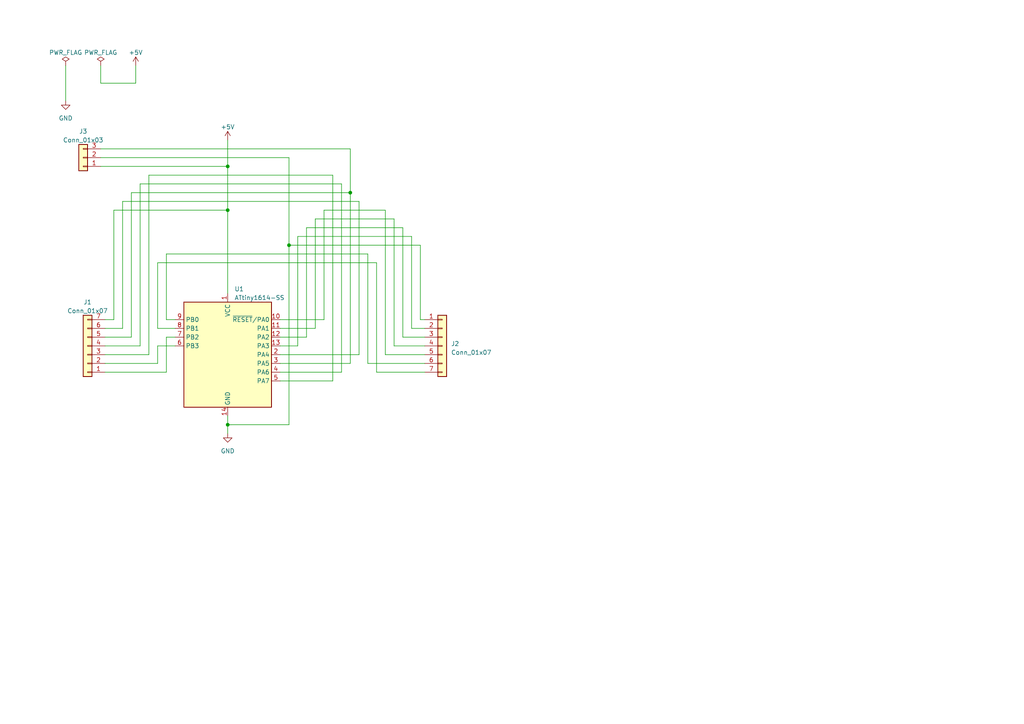
<source format=kicad_sch>
(kicad_sch (version 20230121) (generator eeschema)
  (paper "A4")
  (lib_symbols
    (symbol "Connector_Generic:Conn_01x03" (pin_names (offset 1.016) hide)
      (property "Reference" "J" (at 0 5.08 0))
      (property "Value" "Conn_01x03" (at 0 -5.08 0))
      (symbol "Conn_01x03_1_1"
        (rectangle (start -1.27 -2.413) (end 0 -2.667) (stroke (width 0.1524)))
        (rectangle (start -1.27 0.127) (end 0 -0.127) (stroke (width 0.1524)))
        (rectangle (start -1.27 2.667) (end 0 2.413) (stroke (width 0.1524)))
        (rectangle (start -1.27 3.81) (end 1.27 -3.81) (stroke (width 0.254)) (fill (type background)))
        (pin passive line (at -5.08 2.54 0) (length 3.81) (name "Pin_1") (number "1"))
        (pin passive line (at -5.08 0 0) (length 3.81) (name "Pin_2") (number "2"))
        (pin passive line (at -5.08 -2.54 0) (length 3.81) (name "Pin_3") (number "3"))
      )
    )
    (symbol "Connector_Generic:Conn_01x07" (pin_names (offset 1.016) hide)
      (property "Reference" "J" (at 0 10.16 0))
      (property "Value" "Conn_01x07" (at 0 -10.16 0))
      (symbol "Conn_01x07_1_1"
        (rectangle (start -1.27 -7.493) (end 0 -7.747) (stroke (width 0.1524)))
        (rectangle (start -1.27 -4.953) (end 0 -5.207) (stroke (width 0.1524)))
        (rectangle (start -1.27 -2.413) (end 0 -2.667) (stroke (width 0.1524)))
        (rectangle (start -1.27 0.127) (end 0 -0.127) (stroke (width 0.1524)))
        (rectangle (start -1.27 2.667) (end 0 2.413) (stroke (width 0.1524)))
        (rectangle (start -1.27 5.207) (end 0 4.953) (stroke (width 0.1524)))
        (rectangle (start -1.27 7.747) (end 0 7.493) (stroke (width 0.1524)))
        (rectangle (start -1.27 8.89) (end 1.27 -8.89) (stroke (width 0.254)) (fill (type background)))
        (pin passive line (at -5.08 7.62 0) (length 3.81) (name "Pin_1") (number "1"))
        (pin passive line (at -5.08 5.08 0) (length 3.81) (name "Pin_2") (number "2"))
        (pin passive line (at -5.08 2.54 0) (length 3.81) (name "Pin_3") (number "3"))
        (pin passive line (at -5.08 0 0) (length 3.81) (name "Pin_4") (number "4"))
        (pin passive line (at -5.08 -2.54 0) (length 3.81) (name "Pin_5") (number "5"))
        (pin passive line (at -5.08 -5.08 0) (length 3.81) (name "Pin_6") (number "6"))
        (pin passive line (at -5.08 -7.62 0) (length 3.81) (name "Pin_7") (number "7"))
      )
    )
    (symbol "MCU_Microchip_ATtiny:ATtiny1614-SS"
      (property "Reference" "U" (at -12.7 16.51 0))
      (property "Value" "ATtiny1614-SS" (at 2.54 -16.51 0))
      (symbol "ATtiny1614-SS_0_1"
        (rectangle (start -12.7 -15.24) (end 12.7 15.24) (stroke (width 0.254)) (fill (type background)))
      )
      (symbol "ATtiny1614-SS_1_1"
        (pin power_in line (at 0 17.78 270) (length 2.54) (name "VCC") (number "1"))
        (pin bidirectional line (at 15.24 10.16 180) (length 2.54) (name "~{RESET}/PA0") (number "10"))
        (pin bidirectional line (at 15.24 7.62 180) (length 2.54) (name "PA1") (number "11"))
        (pin bidirectional line (at 15.24 5.08 180) (length 2.54) (name "PA2") (number "12"))
        (pin bidirectional line (at 15.24 2.54 180) (length 2.54) (name "PA3") (number "13"))
        (pin power_in line (at 0 -17.78 90) (length 2.54) (name "GND") (number "14"))
        (pin bidirectional line (at 15.24 0 180) (length 2.54) (name "PA4") (number "2"))
        (pin bidirectional line (at 15.24 -2.54 180) (length 2.54) (name "PA5") (number "3"))
        (pin bidirectional line (at 15.24 -5.08 180) (length 2.54) (name "PA6") (number "4"))
        (pin bidirectional line (at 15.24 -7.62 180) (length 2.54) (name "PA7") (number "5"))
        (pin bidirectional line (at -15.24 2.54 0) (length 2.54) (name "PB3") (number "6"))
        (pin bidirectional line (at -15.24 5.08 0) (length 2.54) (name "PB2") (number "7"))
        (pin bidirectional line (at -15.24 7.62 0) (length 2.54) (name "PB1") (number "8"))
        (pin bidirectional line (at -15.24 10.16 0) (length 2.54) (name "PB0") (number "9"))
      )
    )
    (symbol "power:+5V" (power) (pin_names (offset 0))
      (property "Value" "+5V" (at 0 3.556 0))
      (symbol "+5V_0_1"
        (polyline (pts (xy -0.762 1.27) (xy 0 2.54)))
        (polyline (pts (xy 0 0) (xy 0 2.54)))
        (polyline (pts (xy 0 2.54) (xy 0.762 1.27)))
      )
      (symbol "+5V_1_1"
        (pin power_in line (at 0 0 90) (length 0) hide (name "+5V") (number "1"))
      )
    )
    (symbol "power:GND" (power) (pin_names (offset 0))
      (property "Value" "GND" (at 0 -3.81 0))
      (symbol "GND_0_1"
        (polyline (pts (xy 0 0) (xy 0 -1.27) (xy 1.27 -1.27) (xy 0 -2.54) (xy -1.27 -1.27) (xy 0 -1.27)))
      )
      (symbol "GND_1_1"
        (pin power_in line (at 0 0 270) (length 0) hide (name "GND") (number "1"))
      )
    )
    (symbol "power:PWR_FLAG" (power) (pin_numbers hide) (pin_names (offset 0) hide)
      (property "Value" "PWR_FLAG" (at 0 3.81 0))
      (symbol "PWR_FLAG_0_0"
        (pin power_out line (at 0 0 90) (length 0) (name "pwr") (number "1"))
      )
      (symbol "PWR_FLAG_0_1"
        (polyline (pts (xy 0 0) (xy 0 1.27) (xy -1.016 1.905) (xy 0 2.54) (xy 1.016 1.905) (xy 0 1.27)))
      )
    )
  )
  (junction (at 66.04 60.96))
  (junction (at 66.04 123.19))
  (junction (at 66.04 48.26))
  (junction (at 83.82 71.12))
  (junction (at 101.6 55.88))
  (wire (pts (xy 81.28 97.79) (xy 88.9 97.79)))
  (wire (pts (xy 91.44 95.25) (xy 91.44 63.5)))
  (wire (pts (xy 88.9 97.79) (xy 88.9 66.04)))
  (wire (pts (xy 81.28 110.49) (xy 96.52 110.49)))
  (wire (pts (xy 104.14 102.87) (xy 104.14 58.42)))
  (wire (pts (xy 81.28 100.33) (xy 86.36 100.33)))
  (wire (pts (xy 101.6 55.88) (xy 38.1 55.88)))
  (wire (pts (xy 30.48 102.87) (xy 43.18 102.87)))
  (wire (pts (xy 50.8 97.79) (xy 48.26 97.79)))
  (wire (pts (xy 96.52 50.8) (xy 43.18 50.8)))
  (wire (pts (xy 45.72 76.2) (xy 109.22 76.2)))
  (wire (pts (xy 38.1 55.88) (xy 38.1 97.79)))
  (wire (pts (xy 106.68 105.41) (xy 123.19 105.41)))
  (wire (pts (xy 104.14 58.42) (xy 35.56 58.42)))
  (wire (pts (xy 48.26 73.66) (xy 106.68 73.66)))
  (wire (pts (xy 39.37 19.05) (xy 39.37 24.13)))
  (wire (pts (xy 101.6 105.41) (xy 101.6 55.88)))
  (wire (pts (xy 83.82 71.12) (xy 121.92 71.12)))
  (wire (pts (xy 81.28 95.25) (xy 91.44 95.25)))
  (wire (pts (xy 121.92 92.71) (xy 123.19 92.71)))
  (wire (pts (xy 83.82 123.19) (xy 83.82 71.12)))
  (wire (pts (xy 43.18 50.8) (xy 43.18 102.87)))
  (wire (pts (xy 83.82 45.72) (xy 83.82 71.12)))
  (wire (pts (xy 45.72 100.33) (xy 45.72 105.41)))
  (wire (pts (xy 99.06 107.95) (xy 99.06 53.34)))
  (wire (pts (xy 30.48 95.25) (xy 35.56 95.25)))
  (wire (pts (xy 101.6 43.18) (xy 101.6 55.88)))
  (wire (pts (xy 35.56 58.42) (xy 35.56 95.25)))
  (wire (pts (xy 93.98 60.96) (xy 111.76 60.96)))
  (wire (pts (xy 66.04 40.64) (xy 66.04 48.26)))
  (wire (pts (xy 66.04 120.65) (xy 66.04 123.19)))
  (wire (pts (xy 66.04 123.19) (xy 66.04 125.73)))
  (wire (pts (xy 111.76 60.96) (xy 111.76 102.87)))
  (wire (pts (xy 86.36 100.33) (xy 86.36 68.58)))
  (wire (pts (xy 30.48 100.33) (xy 40.64 100.33)))
  (wire (pts (xy 29.21 19.05) (xy 29.21 24.13)))
  (wire (pts (xy 29.21 43.18) (xy 101.6 43.18)))
  (wire (pts (xy 29.21 48.26) (xy 66.04 48.26)))
  (wire (pts (xy 116.84 66.04) (xy 116.84 97.79)))
  (wire (pts (xy 114.3 63.5) (xy 114.3 100.33)))
  (wire (pts (xy 81.28 92.71) (xy 93.98 92.71)))
  (wire (pts (xy 81.28 105.41) (xy 101.6 105.41)))
  (wire (pts (xy 66.04 60.96) (xy 66.04 85.09)))
  (wire (pts (xy 50.8 100.33) (xy 45.72 100.33)))
  (wire (pts (xy 45.72 105.41) (xy 30.48 105.41)))
  (wire (pts (xy 66.04 123.19) (xy 83.82 123.19)))
  (wire (pts (xy 88.9 66.04) (xy 116.84 66.04)))
  (wire (pts (xy 111.76 102.87) (xy 123.19 102.87)))
  (wire (pts (xy 116.84 97.79) (xy 123.19 97.79)))
  (wire (pts (xy 50.8 92.71) (xy 48.26 92.71)))
  (wire (pts (xy 91.44 63.5) (xy 114.3 63.5)))
  (wire (pts (xy 40.64 53.34) (xy 40.64 100.33)))
  (wire (pts (xy 119.38 68.58) (xy 119.38 95.25)))
  (wire (pts (xy 33.02 92.71) (xy 33.02 60.96)))
  (wire (pts (xy 96.52 110.49) (xy 96.52 50.8)))
  (wire (pts (xy 106.68 73.66) (xy 106.68 105.41)))
  (wire (pts (xy 50.8 95.25) (xy 45.72 95.25)))
  (wire (pts (xy 48.26 107.95) (xy 30.48 107.95)))
  (wire (pts (xy 109.22 76.2) (xy 109.22 107.95)))
  (wire (pts (xy 66.04 48.26) (xy 66.04 60.96)))
  (wire (pts (xy 81.28 107.95) (xy 99.06 107.95)))
  (wire (pts (xy 48.26 92.71) (xy 48.26 73.66)))
  (wire (pts (xy 121.92 71.12) (xy 121.92 92.71)))
  (wire (pts (xy 30.48 92.71) (xy 33.02 92.71)))
  (wire (pts (xy 29.21 24.13) (xy 39.37 24.13)))
  (wire (pts (xy 48.26 97.79) (xy 48.26 107.95)))
  (wire (pts (xy 81.28 102.87) (xy 104.14 102.87)))
  (wire (pts (xy 19.05 19.05) (xy 19.05 29.21)))
  (wire (pts (xy 33.02 60.96) (xy 66.04 60.96)))
  (wire (pts (xy 45.72 95.25) (xy 45.72 76.2)))
  (wire (pts (xy 119.38 95.25) (xy 123.19 95.25)))
  (wire (pts (xy 99.06 53.34) (xy 40.64 53.34)))
  (wire (pts (xy 109.22 107.95) (xy 123.19 107.95)))
  (wire (pts (xy 93.98 92.71) (xy 93.98 60.96)))
  (wire (pts (xy 29.21 45.72) (xy 83.82 45.72)))
  (wire (pts (xy 30.48 97.79) (xy 38.1 97.79)))
  (wire (pts (xy 86.36 68.58) (xy 119.38 68.58)))
  (wire (pts (xy 114.3 100.33) (xy 123.19 100.33)))
  (symbol (lib_id "Connector_Generic:Conn_01x03") (at 24.13 45.72 180) (unit 1)
    (property "Reference" "J3" (at 24.13 38.1 0))
    (property "Value" "Conn_01x03" (at 24.13 40.64 0))
    (property "Footprint" "Connector_PinHeader_1.27mm:PinHeader_1x03_P1.27mm_Vertical" (effects hide))
  )
  (symbol (lib_id "power:GND") (at 66.04 125.73 0) (unit 1)
    (property "Reference" "#PWR03" (effects hide))
    (property "Value" "GND" (at 66.04 130.81 0))
  )
  (symbol (lib_id "power:+5V") (at 39.37 19.05 0) (unit 1)
    (property "Reference" "#PWR01" (effects hide))
    (property "Value" "+5V" (at 39.37 15.24 0))
  )
  (symbol (lib_id "power:PWR_FLAG") (at 19.05 19.05 0) (unit 1)
    (property "Reference" "#FLG01" (effects hide))
    (property "Value" "PWR_FLAG" (at 19.05 15.24 0))
  )
  (symbol (lib_id "Connector_Generic:Conn_01x07") (at 25.4 100.33 180) (unit 1)
    (property "Reference" "J1" (at 25.4 87.63 0))
    (property "Value" "Conn_01x07" (at 25.4 90.17 0))
    (property "Footprint" "Connector_PinHeader_1.27mm:PinHeader_1x07_P1.27mm_Vertical" (effects hide))
  )
  (symbol (lib_id "power:PWR_FLAG") (at 29.21 19.05 0) (unit 1)
    (property "Reference" "#FLG02" (effects hide))
    (property "Value" "PWR_FLAG" (at 29.21 15.24 0))
  )
  (symbol (lib_id "MCU_Microchip_ATtiny:ATtiny1614-SS") (at 66.04 102.87 0) (unit 1)
    (property "Reference" "U1" (at 67.9959 83.82 0) (effects (justify left)))
    (property "Value" "ATtiny1614-SS" (at 67.9959 86.36 0) (effects (justify left)))
    (property "Footprint" "Package_SO:SOIC-14_3.9x8.7mm_P1.27mm" (effects hide))
    (property "Datasheet" "http://ww1.microchip.com/downloads/en/DeviceDoc/ATtiny1614-data-sheet-40001995A.pdf" (effects hide))
  )
  (symbol (lib_id "power:+5V") (at 66.04 40.64 0) (unit 1)
    (property "Reference" "#PWR04" (effects hide))
    (property "Value" "+5V" (at 66.04 36.83 0))
  )
  (symbol (lib_id "power:GND") (at 19.05 29.21 0) (unit 1)
    (property "Reference" "#PWR02" (effects hide))
    (property "Value" "GND" (at 19.05 34.29 0))
  )
  (symbol (lib_id "Connector_Generic:Conn_01x07") (at 128.27 100.33 0) (unit 1)
    (property "Reference" "J2" (at 130.81 99.695 0) (effects (justify left)))
    (property "Value" "Conn_01x07" (at 130.81 102.235 0) (effects (justify left)))
    (property "Footprint" "Connector_PinHeader_1.27mm:PinHeader_1x07_P1.27mm_Vertical" (effects hide))
  )
)
</source>
